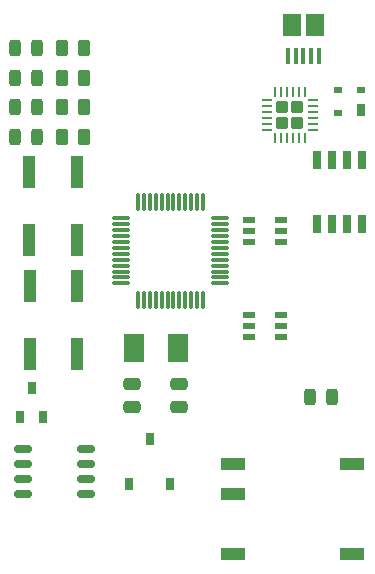
<source format=gtp>
%TF.GenerationSoftware,KiCad,Pcbnew,7.0.2*%
%TF.CreationDate,2023-11-20T18:08:22-06:00*%
%TF.ProjectId,BPS-PeripheralSOM,4250532d-5065-4726-9970-686572616c53,rev?*%
%TF.SameCoordinates,Original*%
%TF.FileFunction,Paste,Top*%
%TF.FilePolarity,Positive*%
%FSLAX46Y46*%
G04 Gerber Fmt 4.6, Leading zero omitted, Abs format (unit mm)*
G04 Created by KiCad (PCBNEW 7.0.2) date 2023-11-20 18:08:22*
%MOMM*%
%LPD*%
G01*
G04 APERTURE LIST*
G04 Aperture macros list*
%AMRoundRect*
0 Rectangle with rounded corners*
0 $1 Rounding radius*
0 $2 $3 $4 $5 $6 $7 $8 $9 X,Y pos of 4 corners*
0 Add a 4 corners polygon primitive as box body*
4,1,4,$2,$3,$4,$5,$6,$7,$8,$9,$2,$3,0*
0 Add four circle primitives for the rounded corners*
1,1,$1+$1,$2,$3*
1,1,$1+$1,$4,$5*
1,1,$1+$1,$6,$7*
1,1,$1+$1,$8,$9*
0 Add four rect primitives between the rounded corners*
20,1,$1+$1,$2,$3,$4,$5,0*
20,1,$1+$1,$4,$5,$6,$7,0*
20,1,$1+$1,$6,$7,$8,$9,0*
20,1,$1+$1,$8,$9,$2,$3,0*%
G04 Aperture macros list end*
%ADD10R,1.000000X2.750000*%
%ADD11RoundRect,0.250000X-0.475000X0.250000X-0.475000X-0.250000X0.475000X-0.250000X0.475000X0.250000X0*%
%ADD12R,0.700000X1.000000*%
%ADD13R,0.700000X0.600000*%
%ADD14R,0.650000X1.528000*%
%ADD15R,2.100000X1.000000*%
%ADD16R,1.700000X2.400000*%
%ADD17RoundRect,0.243750X-0.243750X-0.456250X0.243750X-0.456250X0.243750X0.456250X-0.243750X0.456250X0*%
%ADD18RoundRect,0.250000X0.262500X0.450000X-0.262500X0.450000X-0.262500X-0.450000X0.262500X-0.450000X0*%
%ADD19RoundRect,0.075000X0.075000X-0.662500X0.075000X0.662500X-0.075000X0.662500X-0.075000X-0.662500X0*%
%ADD20RoundRect,0.075000X0.662500X-0.075000X0.662500X0.075000X-0.662500X0.075000X-0.662500X-0.075000X0*%
%ADD21RoundRect,0.250000X0.275000X-0.275000X0.275000X0.275000X-0.275000X0.275000X-0.275000X-0.275000X0*%
%ADD22RoundRect,0.062500X0.062500X-0.350000X0.062500X0.350000X-0.062500X0.350000X-0.062500X-0.350000X0*%
%ADD23RoundRect,0.062500X0.350000X-0.062500X0.350000X0.062500X-0.350000X0.062500X-0.350000X-0.062500X0*%
%ADD24R,0.400000X1.350000*%
%ADD25R,1.500000X1.900000*%
%ADD26R,0.762000X1.117600*%
%ADD27RoundRect,0.150000X0.625000X0.150000X-0.625000X0.150000X-0.625000X-0.150000X0.625000X-0.150000X0*%
%ADD28R,1.003300X0.558800*%
G04 APERTURE END LIST*
D10*
%TO.C,SW5*%
X109798000Y-59731500D03*
X109798000Y-53981500D03*
X113798000Y-59731500D03*
X113798000Y-53981500D03*
%TD*%
D11*
%TO.C,C22*%
X122500000Y-71950000D03*
X122500000Y-73850000D03*
%TD*%
D12*
%TO.C,D1*%
X137900000Y-48750000D03*
D13*
X137900000Y-47050000D03*
X135900000Y-47050000D03*
X135900000Y-48950000D03*
%TD*%
D14*
%TO.C,IC1*%
X134190000Y-58422000D03*
X135460000Y-58422000D03*
X136730000Y-58422000D03*
X138000000Y-58422000D03*
X138000000Y-53000000D03*
X136730000Y-53000000D03*
X135460000Y-53000000D03*
X134190000Y-53000000D03*
%TD*%
D15*
%TO.C,P2*%
X127060000Y-78740000D03*
X127060000Y-81280000D03*
X127060000Y-86360000D03*
X137160000Y-86360000D03*
X137160000Y-78740000D03*
%TD*%
D16*
%TO.C,Y1*%
X118650000Y-68900000D03*
X122350000Y-68900000D03*
%TD*%
D17*
%TO.C,D14*%
X108562500Y-46000000D03*
X110437500Y-46000000D03*
%TD*%
D12*
%TO.C,U5*%
X109050000Y-74700000D03*
X110950000Y-74700000D03*
X110000000Y-72300000D03*
%TD*%
D18*
%TO.C,R17*%
X114412500Y-48500000D03*
X112587500Y-48500000D03*
%TD*%
%TO.C,R6*%
X114412500Y-51000000D03*
X112587500Y-51000000D03*
%TD*%
D19*
%TO.C,U1*%
X119000000Y-64825000D03*
X119500000Y-64825000D03*
X120000000Y-64825000D03*
X120500000Y-64825000D03*
X121000000Y-64825000D03*
X121500000Y-64825000D03*
X122000000Y-64825000D03*
X122500000Y-64825000D03*
X123000000Y-64825000D03*
X123500000Y-64825000D03*
X124000000Y-64825000D03*
X124500000Y-64825000D03*
D20*
X125912500Y-63412500D03*
X125912500Y-62912500D03*
X125912500Y-62412500D03*
X125912500Y-61912500D03*
X125912500Y-61412500D03*
X125912500Y-60912500D03*
X125912500Y-60412500D03*
X125912500Y-59912500D03*
X125912500Y-59412500D03*
X125912500Y-58912500D03*
X125912500Y-58412500D03*
X125912500Y-57912500D03*
D19*
X124500000Y-56500000D03*
X124000000Y-56500000D03*
X123500000Y-56500000D03*
X123000000Y-56500000D03*
X122500000Y-56500000D03*
X122000000Y-56500000D03*
X121500000Y-56500000D03*
X121000000Y-56500000D03*
X120500000Y-56500000D03*
X120000000Y-56500000D03*
X119500000Y-56500000D03*
X119000000Y-56500000D03*
D20*
X117587500Y-57912500D03*
X117587500Y-58412500D03*
X117587500Y-58912500D03*
X117587500Y-59412500D03*
X117587500Y-59912500D03*
X117587500Y-60412500D03*
X117587500Y-60912500D03*
X117587500Y-61412500D03*
X117587500Y-61912500D03*
X117587500Y-62412500D03*
X117587500Y-62912500D03*
X117587500Y-63412500D03*
%TD*%
D10*
%TO.C,SW1*%
X113826000Y-63625000D03*
X113826000Y-69375000D03*
X109826000Y-63625000D03*
X109826000Y-69375000D03*
%TD*%
D21*
%TO.C,U4*%
X131200000Y-49800000D03*
X132500000Y-49800000D03*
X131200000Y-48500000D03*
X132500000Y-48500000D03*
D22*
X130600000Y-51087500D03*
X131100000Y-51087500D03*
X131600000Y-51087500D03*
X132100000Y-51087500D03*
X132600000Y-51087500D03*
X133100000Y-51087500D03*
D23*
X133787500Y-50400000D03*
X133787500Y-49900000D03*
X133787500Y-49400000D03*
X133787500Y-48900000D03*
X133787500Y-48400000D03*
X133787500Y-47900000D03*
D22*
X133100000Y-47212500D03*
X132600000Y-47212500D03*
X132100000Y-47212500D03*
X131600000Y-47212500D03*
X131100000Y-47212500D03*
X130600000Y-47212500D03*
D23*
X129912500Y-47900000D03*
X129912500Y-48400000D03*
X129912500Y-48900000D03*
X129912500Y-49400000D03*
X129912500Y-49900000D03*
X129912500Y-50400000D03*
%TD*%
D24*
%TO.C,J3*%
X134300000Y-44200000D03*
X133650000Y-44200000D03*
X133000000Y-44200000D03*
X132350000Y-44200000D03*
X131700000Y-44200000D03*
D25*
X134000000Y-41500000D03*
X132000000Y-41500000D03*
%TD*%
D18*
%TO.C,R11*%
X114412500Y-43500000D03*
X112587500Y-43500000D03*
%TD*%
D26*
%TO.C,SW2*%
X118249998Y-80392300D03*
X120000000Y-76607700D03*
X121750002Y-80392300D03*
%TD*%
D17*
%TO.C,D12*%
X108562500Y-51000000D03*
X110437500Y-51000000D03*
%TD*%
D11*
%TO.C,C21*%
X118500000Y-71950000D03*
X118500000Y-73850000D03*
%TD*%
D17*
%TO.C,D2*%
X133562500Y-73000000D03*
X135437500Y-73000000D03*
%TD*%
D27*
%TO.C,U2*%
X114625000Y-81270000D03*
X114625000Y-80000000D03*
X114625000Y-78730000D03*
X114625000Y-77460000D03*
X109275000Y-77460000D03*
X109275000Y-78730000D03*
X109275000Y-80000000D03*
X109275000Y-81270000D03*
%TD*%
D17*
%TO.C,D4*%
X108562500Y-43500000D03*
X110437500Y-43500000D03*
%TD*%
D18*
%TO.C,R18*%
X114412500Y-46000000D03*
X112587500Y-46000000D03*
%TD*%
D28*
%TO.C,CR2*%
X128400000Y-66049999D03*
X128400000Y-67000000D03*
X128400000Y-67950001D03*
X131105100Y-67950001D03*
X131105100Y-67000000D03*
X131105100Y-66049999D03*
%TD*%
%TO.C,CR1*%
X128400000Y-58049999D03*
X128400000Y-59000000D03*
X128400000Y-59950001D03*
X131105100Y-59950001D03*
X131105100Y-59000000D03*
X131105100Y-58049999D03*
%TD*%
D17*
%TO.C,D13*%
X108562500Y-48500000D03*
X110437500Y-48500000D03*
%TD*%
M02*

</source>
